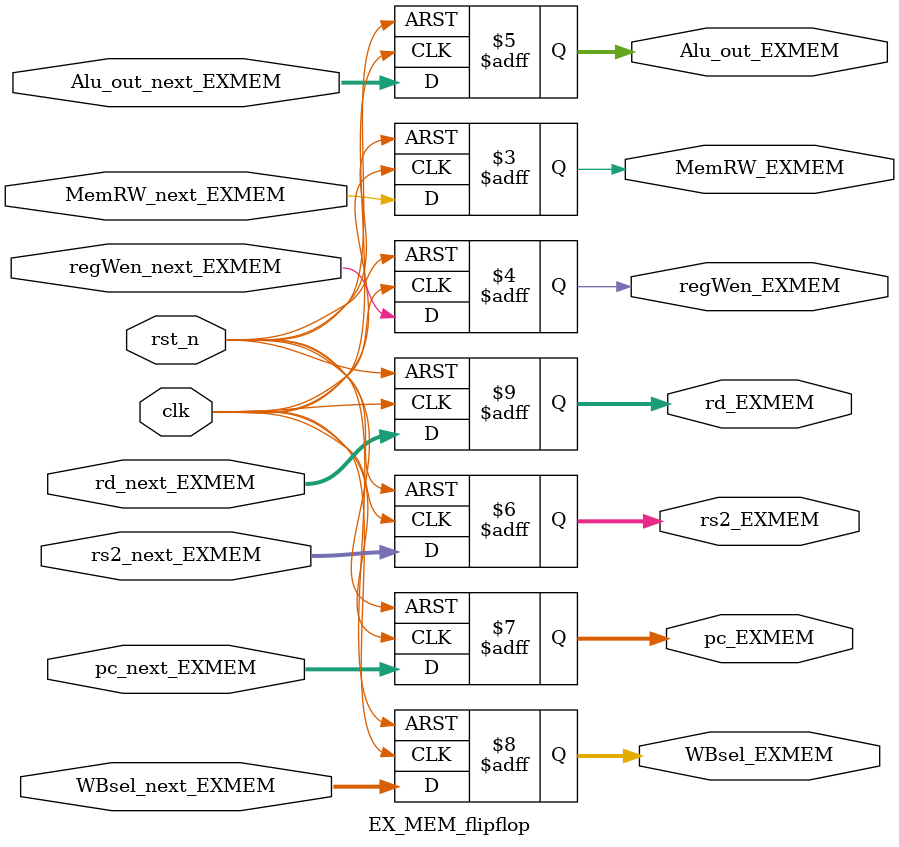
<source format=v>
`timescale 1ns / 1ps

module EX_MEM_flipflop
    (   
        input wire rst_n, clk,
        input wire [1:0] WBsel_next_EXMEM, // output cua control
        input wire  MemRW_next_EXMEM, // output cua control
        input wire  regWen_next_EXMEM,
        input wire [4:0] rd_next_EXMEM,
        input wire [31:0] Alu_out_next_EXMEM, rs2_next_EXMEM, pc_next_EXMEM,
        output reg MemRW_EXMEM, regWen_EXMEM,
        output reg [31:0] Alu_out_EXMEM, rs2_EXMEM, pc_EXMEM,
        output reg [1:0]  WBsel_EXMEM,
        output reg [4:0] rd_EXMEM
    );
    
     always @(negedge clk, negedge rst_n)
    if(~rst_n)
    begin
       Alu_out_EXMEM <= 0;
       pc_EXMEM <= 0;
       rs2_EXMEM <= 0;
       rd_EXMEM <= 0;
       WBsel_EXMEM <= 0;
       MemRW_EXMEM <= 0;
       regWen_EXMEM <= 0;
    end
    else
    begin
       Alu_out_EXMEM <= Alu_out_next_EXMEM;
       pc_EXMEM <= pc_next_EXMEM;
       rs2_EXMEM <= rs2_next_EXMEM;
       rd_EXMEM <= rd_next_EXMEM;
       WBsel_EXMEM <= WBsel_next_EXMEM;
       MemRW_EXMEM <= MemRW_next_EXMEM;
       regWen_EXMEM <= regWen_next_EXMEM;
     end
endmodule

</source>
